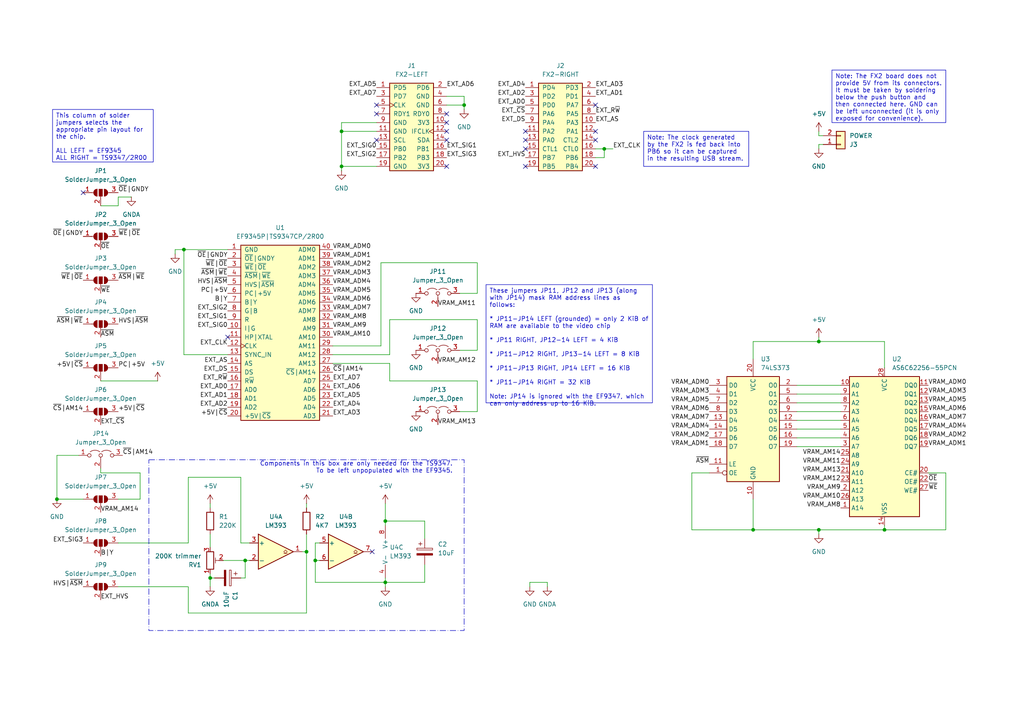
<source format=kicad_sch>
(kicad_sch (version 20231120) (generator "eeschema") (generator_version "8.0")
  (paper "A4")
  (lib_symbols
    (symbol "74xx:74LS373"
      (property "Reference" "U" (at -7.62 16.51 0))
      (property "Value" "74LS373" (at -7.62 -16.51 0))
      (symbol "74LS373_1_0"
        (pin input inverted (at -12.7 -12.7 0) (length 5.08) (name "OE") (number "1"))
        (pin power_in line (at 0 -20.32 90) (length 5.08) (name "GND") (number "10"))
        (pin input line (at -12.7 -10.16 0) (length 5.08) (name "LE") (number "11"))
        (pin tri_state line (at 12.7 2.54 180) (length 5.08) (name "O4") (number "12"))
        (pin input line (at -12.7 2.54 0) (length 5.08) (name "D4") (number "13"))
        (pin input line (at -12.7 0 0) (length 5.08) (name "D5") (number "14"))
        (pin tri_state line (at 12.7 0 180) (length 5.08) (name "O5") (number "15"))
        (pin tri_state line (at 12.7 -2.54 180) (length 5.08) (name "O6") (number "16"))
        (pin input line (at -12.7 -2.54 0) (length 5.08) (name "D6") (number "17"))
        (pin input line (at -12.7 -5.08 0) (length 5.08) (name "D7") (number "18"))
        (pin tri_state line (at 12.7 -5.08 180) (length 5.08) (name "O7") (number "19"))
        (pin tri_state line (at 12.7 12.7 180) (length 5.08) (name "O0") (number "2"))
        (pin power_in line (at 0 20.32 270) (length 5.08) (name "VCC") (number "20"))
        (pin input line (at -12.7 12.7 0) (length 5.08) (name "D0") (number "3"))
        (pin input line (at -12.7 10.16 0) (length 5.08) (name "D1") (number "4"))
        (pin tri_state line (at 12.7 10.16 180) (length 5.08) (name "O1") (number "5"))
        (pin tri_state line (at 12.7 7.62 180) (length 5.08) (name "O2") (number "6"))
        (pin input line (at -12.7 7.62 0) (length 5.08) (name "D2") (number "7"))
        (pin input line (at -12.7 5.08 0) (length 5.08) (name "D3") (number "8"))
        (pin tri_state line (at 12.7 5.08 180) (length 5.08) (name "O3") (number "9"))
      )
      (symbol "74LS373_1_1"
        (rectangle (start -7.62 15.24) (end 7.62 -15.24) (stroke (width 0.254)) (fill (type background)))
      )
    )
    (symbol "Comparator:LM393" (pin_names (offset 0.127))
      (property "Reference" "U" (at 3.81 3.81 0))
      (property "Value" "LM393" (at 6.35 -3.81 0))
      (symbol "LM393_1_1"
        (polyline (pts (xy -5.08 5.08) (xy 5.08 0) (xy -5.08 -5.08) (xy -5.08 5.08)) (stroke (width 0.254)) (fill (type background)))
        (polyline (pts (xy 3.302 -0.508) (xy 2.794 -0.508) (xy 3.302 0) (xy 2.794 0.508) (xy 2.286 0) (xy 2.794 -0.508) (xy 2.286 -0.508)) (stroke (width 0.127)))
        (pin open_collector line (at 7.62 0 180) (length 2.54) (name "~") (number "1"))
        (pin input line (at -7.62 -2.54 0) (length 2.54) (name "-") (number "2"))
        (pin input line (at -7.62 2.54 0) (length 2.54) (name "+") (number "3"))
      )
      (symbol "LM393_2_1"
        (polyline (pts (xy -5.08 5.08) (xy 5.08 0) (xy -5.08 -5.08) (xy -5.08 5.08)) (stroke (width 0.254)) (fill (type background)))
        (polyline (pts (xy 3.302 -0.508) (xy 2.794 -0.508) (xy 3.302 0) (xy 2.794 0.508) (xy 2.286 0) (xy 2.794 -0.508) (xy 2.286 -0.508)) (stroke (width 0.127)))
        (pin input line (at -7.62 2.54 0) (length 2.54) (name "+") (number "5"))
        (pin input line (at -7.62 -2.54 0) (length 2.54) (name "-") (number "6"))
        (pin open_collector line (at 7.62 0 180) (length 2.54) (name "~") (number "7"))
      )
      (symbol "LM393_3_1"
        (pin power_in line (at -2.54 -7.62 90) (length 3.81) (name "V-") (number "4"))
        (pin power_in line (at -2.54 7.62 270) (length 3.81) (name "V+") (number "8"))
      )
    )
    (symbol "Connector_Generic:Conn_01x02" (pin_names (offset 1.016) hide)
      (property "Reference" "J" (at 0 2.54 0))
      (property "Value" "Conn_01x02" (at 0 -5.08 0))
      (symbol "Conn_01x02_1_1"
        (rectangle (start -1.27 -2.413) (end 0 -2.667) (stroke (width 0.1524)))
        (rectangle (start -1.27 0.127) (end 0 -0.127) (stroke (width 0.1524)))
        (rectangle (start -1.27 1.27) (end 1.27 -3.81) (stroke (width 0.254)) (fill (type background)))
        (pin passive line (at -5.08 0 0) (length 3.81) (name "Pin_1") (number "1"))
        (pin passive line (at -5.08 -2.54 0) (length 3.81) (name "Pin_2") (number "2"))
      )
    )
    (symbol "Device:C_Polarized" (pin_numbers hide) (pin_names (offset 0.254))
      (property "Reference" "C" (at 0.635 2.54 0))
      (property "Value" "C_Polarized" (at 0.635 -2.54 0))
      (symbol "C_Polarized_0_1"
        (rectangle (start -2.286 0.508) (end 2.286 1.016))
        (polyline (pts (xy -1.778 2.286) (xy -0.762 2.286)))
        (polyline (pts (xy -1.27 2.794) (xy -1.27 1.778)))
        (rectangle (start 2.286 -0.508) (end -2.286 -1.016) (fill (type outline)))
      )
      (symbol "C_Polarized_1_1"
        (pin passive line (at 0 3.81 270) (length 2.794) (name "~") (number "1"))
        (pin passive line (at 0 -3.81 90) (length 2.794) (name "~") (number "2"))
      )
    )
    (symbol "Device:R" (pin_numbers hide) (pin_names (offset 0))
      (property "Reference" "R" (at 2.032 0 90))
      (property "Value" "R" (at 0 0 90))
      (symbol "R_0_1"
        (rectangle (start -1.016 -2.54) (end 1.016 2.54) (stroke (width 0.254)))
      )
      (symbol "R_1_1"
        (pin passive line (at 0 3.81 270) (length 1.27) (name "~") (number "1"))
        (pin passive line (at 0 -3.81 90) (length 1.27) (name "~") (number "2"))
      )
    )
    (symbol "Device:R_Potentiometer_Trim" (pin_names (offset 1.016) hide)
      (property "Reference" "RV" (at -4.445 0 90))
      (property "Value" "R_Potentiometer_Trim" (at -2.54 0 90))
      (symbol "R_Potentiometer_Trim_0_1"
        (polyline (pts (xy 1.524 0.762) (xy 1.524 -0.762)))
        (polyline (pts (xy 2.54 0) (xy 1.524 0)))
        (rectangle (start 1.016 2.54) (end -1.016 -2.54) (stroke (width 0.254)))
      )
      (symbol "R_Potentiometer_Trim_1_1"
        (pin passive line (at 0 3.81 270) (length 1.27) (name "1") (number "1"))
        (pin passive line (at 3.81 0 180) (length 1.27) (name "2") (number "2"))
        (pin passive line (at 0 -3.81 90) (length 1.27) (name "3") (number "3"))
      )
    )
    (symbol "Jumper:Jumper_3_Open" (pin_names (offset 0) hide) (exclude_from_sim yes) (in_bom no)
      (property "Reference" "JP" (at -2.54 -2.54 0))
      (property "Value" "Jumper_3_Open" (at 0 2.794 0))
      (symbol "Jumper_3_Open_0_0"
        (circle (center -3.302 0) (radius 0.508))
        (circle (center 0 0) (radius 0.508))
        (circle (center 3.302 0) (radius 0.508))
      )
      (symbol "Jumper_3_Open_0_1"
        (arc (start -0.254 1.016) (mid -1.651 1.4992) (end -3.048 1.016))
        (polyline (pts (xy 0 -0.508) (xy 0 -1.27)))
        (arc (start 3.048 1.016) (mid 1.651 1.4992) (end 0.254 1.016))
      )
      (symbol "Jumper_3_Open_1_1"
        (pin passive line (at -6.35 0 0) (length 2.54) (name "A") (number "1"))
        (pin passive line (at 0 -3.81 90) (length 2.54) (name "C") (number "2"))
        (pin passive line (at 6.35 0 180) (length 2.54) (name "B") (number "3"))
      )
    )
    (symbol "Jumper:SolderJumper_3_Open" (pin_names (offset 0) hide) (exclude_from_sim yes) (in_bom no)
      (property "Reference" "JP" (at -2.54 -2.54 0))
      (property "Value" "SolderJumper_3_Open" (at 0 2.794 0))
      (symbol "SolderJumper_3_Open_0_1"
        (arc (start -1.016 1.016) (mid -2.0276 0) (end -1.016 -1.016))
        (arc (start -1.016 1.016) (mid -2.0276 0) (end -1.016 -1.016) (fill (type outline)))
        (rectangle (start -0.508 1.016) (end 0.508 -1.016) (fill (type outline)))
        (polyline (pts (xy -2.54 0) (xy -2.032 0)))
        (polyline (pts (xy -1.016 1.016) (xy -1.016 -1.016)))
        (polyline (pts (xy 0 -1.27) (xy 0 -1.016)))
        (polyline (pts (xy 1.016 1.016) (xy 1.016 -1.016)))
        (polyline (pts (xy 2.54 0) (xy 2.032 0)))
        (arc (start 1.016 -1.016) (mid 2.0276 0) (end 1.016 1.016))
        (arc (start 1.016 -1.016) (mid 2.0276 0) (end 1.016 1.016) (fill (type outline)))
      )
      (symbol "SolderJumper_3_Open_1_1"
        (pin passive line (at -5.08 0 0) (length 2.54) (name "A") (number "1"))
        (pin passive line (at 0 -3.81 90) (length 2.54) (name "C") (number "2"))
        (pin passive line (at 5.08 0 180) (length 2.54) (name "B") (number "3"))
      )
    )
    (symbol "ProjectSymbols:AS6C62256-55PCN"
      (property "Reference" "U" (at -10.16 26.035 0))
      (property "Value" "AS6C62256-55PCN" (at 2.54 26.035 0))
      (symbol "AS6C62256-55PCN_0_1"
        (rectangle (start -10.16 25.4) (end 10.16 -15.24) (stroke (width 0.254)) (fill (type background)))
      )
      (symbol "AS6C62256-55PCN_1_0"
        (pin power_in line (at 0 -17.78 90) (length 2.54) (name "VSS") (number "14"))
        (pin power_in line (at 0 27.94 270) (length 2.54) (name "VCC") (number "28"))
      )
      (symbol "AS6C62256-55PCN_1_1"
        (pin input line (at -12.7 -12.7 0) (length 2.54) (name "A14") (number "1"))
        (pin input line (at -12.7 22.86 0) (length 2.54) (name "A0") (number "10"))
        (pin tri_state line (at 12.7 22.86 180) (length 2.54) (name "DQ0") (number "11"))
        (pin tri_state line (at 12.7 20.32 180) (length 2.54) (name "DQ1") (number "12"))
        (pin tri_state line (at 12.7 17.78 180) (length 2.54) (name "DQ2") (number "13"))
        (pin tri_state line (at 12.7 15.24 180) (length 2.54) (name "DQ3") (number "15"))
        (pin tri_state line (at 12.7 12.7 180) (length 2.54) (name "DQ4") (number "16"))
        (pin tri_state line (at 12.7 10.16 180) (length 2.54) (name "DQ5") (number "17"))
        (pin tri_state line (at 12.7 7.62 180) (length 2.54) (name "DQ6") (number "18"))
        (pin tri_state line (at 12.7 5.08 180) (length 2.54) (name "DQ7") (number "19"))
        (pin input line (at -12.7 -7.62 0) (length 2.54) (name "A12") (number "2"))
        (pin input line (at 12.7 -2.54 180) (length 2.54) (name "CE#") (number "20"))
        (pin input line (at -12.7 -2.54 0) (length 2.54) (name "A10") (number "21"))
        (pin input line (at 12.7 -5.08 180) (length 2.54) (name "OE#") (number "22"))
        (pin input line (at -12.7 -5.08 0) (length 2.54) (name "A11") (number "23"))
        (pin input line (at -12.7 0 0) (length 2.54) (name "A9") (number "24"))
        (pin input line (at -12.7 2.54 0) (length 2.54) (name "A8") (number "25"))
        (pin input line (at -12.7 -10.16 0) (length 2.54) (name "A13") (number "26"))
        (pin input line (at 12.7 -7.62 180) (length 2.54) (name "WE#") (number "27"))
        (pin input line (at -12.7 5.08 0) (length 2.54) (name "A7") (number "3"))
        (pin input line (at -12.7 7.62 0) (length 2.54) (name "A6") (number "4"))
        (pin input line (at -12.7 10.16 0) (length 2.54) (name "A5") (number "5"))
        (pin input line (at -12.7 12.7 0) (length 2.54) (name "A4") (number "6"))
        (pin input line (at -12.7 15.24 0) (length 2.54) (name "A3") (number "7"))
        (pin input line (at -12.7 17.78 0) (length 2.54) (name "A2") (number "8"))
        (pin input line (at -12.7 20.32 0) (length 2.54) (name "A1") (number "9"))
      )
    )
    (symbol "ProjectSymbols:EF9345P|TS9347CP/2R00" (pin_names (offset 1.016))
      (property "Reference" "U" (at -10.414 27.432 0))
      (property "Value" "EF9345P|TS9347CP/2R00" (at 3.302 27.178 0))
      (symbol "EF9345P|TS9347CP/2R00_1_1"
        (rectangle (start -11.43 25.4) (end 11.43 -25.4) (stroke (width 0.254)) (fill (type background)))
        (pin passive line (at -15.24 24.13 0) (length 3.81) (name "GND") (number "1"))
        (pin passive line (at -15.24 1.27 0) (length 3.81) (name "I|G") (number "10"))
        (pin passive line (at -15.24 -1.27 0) (length 3.81) (name "HP|XTAL") (number "11"))
        (pin passive clock (at -15.24 -3.81 0) (length 3.81) (name "CLK") (number "12"))
        (pin passive line (at -15.24 -6.35 0) (length 3.81) (name "SYNC_IN") (number "13"))
        (pin passive line (at -15.24 -8.89 0) (length 3.81) (name "AS") (number "14"))
        (pin passive line (at -15.24 -11.43 0) (length 3.81) (name "DS") (number "15"))
        (pin passive line (at -15.24 -13.97 0) (length 3.81) (name "R~{W}") (number "16"))
        (pin passive line (at -15.24 -16.51 0) (length 3.81) (name "AD0") (number "17"))
        (pin passive line (at -15.24 -19.05 0) (length 3.81) (name "AD1") (number "18"))
        (pin passive line (at -15.24 -21.59 0) (length 3.81) (name "AD2") (number "19"))
        (pin passive line (at -15.24 21.59 0) (length 3.81) (name "~{OE}|GNDY") (number "2"))
        (pin passive line (at -15.24 -24.13 0) (length 3.81) (name "+5V|~{CS}") (number "20"))
        (pin passive line (at 15.24 -24.13 180) (length 3.81) (name "AD3") (number "21"))
        (pin passive line (at 15.24 -21.59 180) (length 3.81) (name "AD4") (number "22"))
        (pin passive line (at 15.24 -19.05 180) (length 3.81) (name "AD5") (number "23"))
        (pin passive line (at 15.24 -16.51 180) (length 3.81) (name "AD6") (number "24"))
        (pin passive line (at 15.24 -13.97 180) (length 3.81) (name "AD7") (number "25"))
        (pin passive line (at 15.24 -11.43 180) (length 3.81) (name "~{CS}|AM14") (number "26"))
        (pin passive line (at 15.24 -8.89 180) (length 3.81) (name "AM13") (number "27"))
        (pin passive line (at 15.24 -6.35 180) (length 3.81) (name "AM12") (number "28"))
        (pin passive line (at 15.24 -3.81 180) (length 3.81) (name "AM11") (number "29"))
        (pin passive line (at -15.24 19.05 0) (length 3.81) (name "~{WE}|~{OE}") (number "3"))
        (pin passive line (at 15.24 -1.27 180) (length 3.81) (name "AM10") (number "30"))
        (pin passive line (at 15.24 1.27 180) (length 3.81) (name "AM9") (number "31"))
        (pin passive line (at 15.24 3.81 180) (length 3.81) (name "AM8") (number "32"))
        (pin passive line (at 15.24 6.35 180) (length 3.81) (name "ADM7") (number "33"))
        (pin passive line (at 15.24 8.89 180) (length 3.81) (name "ADM6") (number "34"))
        (pin passive line (at 15.24 11.43 180) (length 3.81) (name "ADM5") (number "35"))
        (pin passive line (at 15.24 13.97 180) (length 3.81) (name "ADM4") (number "36"))
        (pin passive line (at 15.24 16.51 180) (length 3.81) (name "ADM3") (number "37"))
        (pin passive line (at 15.24 19.05 180) (length 3.81) (name "ADM2") (number "38"))
        (pin passive line (at 15.24 21.59 180) (length 3.81) (name "ADM1") (number "39"))
        (pin passive line (at -15.24 16.51 0) (length 3.81) (name "~{ASM}|~{WE}") (number "4"))
        (pin passive line (at 15.24 24.13 180) (length 3.81) (name "ADM0") (number "40"))
        (pin passive line (at -15.24 13.97 0) (length 3.81) (name "HVS|~{ASM}") (number "5"))
        (pin passive line (at -15.24 11.43 0) (length 3.81) (name "PC|+5V") (number "6"))
        (pin passive line (at -15.24 8.89 0) (length 3.81) (name "B|Y") (number "7"))
        (pin passive line (at -15.24 6.35 0) (length 3.81) (name "G|B") (number "8"))
        (pin passive line (at -15.24 3.81 0) (length 3.81) (name "R") (number "9"))
      )
    )
    (symbol "ProjectSymbols:EZ-USB Left Connector" (pin_names (offset 1.016))
      (property "Reference" "J" (at -5.842 14.224 0))
      (property "Value" "LEFT" (at 4.318 14.224 0))
      (symbol "EZ-USB Left Connector_1_1"
        (rectangle (start -6.35 12.7) (end 6.35 -12.7) (stroke (width 0.254)) (fill (type background)))
        (pin tri_state line (at -10.16 11.43 0) (length 3.81) (name "PD5") (number "1"))
        (pin power_out line (at 10.16 1.27 180) (length 3.81) (name "3V3") (number "10"))
        (pin power_out line (at -10.16 -1.27 0) (length 3.81) (name "GND") (number "11"))
        (pin tri_state clock (at 10.16 -1.27 180) (length 3.81) (name "IFCLK") (number "12"))
        (pin open_collector line (at -10.16 -3.81 0) (length 3.81) (name "SCL") (number "13"))
        (pin open_collector line (at 10.16 -3.81 180) (length 3.81) (name "SDA") (number "14"))
        (pin tri_state line (at -10.16 -6.35 0) (length 3.81) (name "PB0") (number "15"))
        (pin tri_state line (at 10.16 -6.35 180) (length 3.81) (name "PB1") (number "16"))
        (pin tri_state line (at -10.16 -8.89 0) (length 3.81) (name "PB2") (number "17"))
        (pin tri_state line (at 10.16 -8.89 180) (length 3.81) (name "PB3") (number "18"))
        (pin power_out line (at -10.16 -11.43 0) (length 3.81) (name "GND") (number "19"))
        (pin tri_state line (at 10.16 11.43 180) (length 3.81) (name "PD6") (number "2"))
        (pin power_out line (at 10.16 -11.43 180) (length 3.81) (name "3V3") (number "20"))
        (pin tri_state line (at -10.16 8.89 0) (length 3.81) (name "PD7") (number "3"))
        (pin power_out line (at 10.16 8.89 180) (length 3.81) (name "GND") (number "4"))
        (pin output clock (at -10.16 6.35 0) (length 3.81) (name "CLK") (number "5"))
        (pin power_out line (at 10.16 6.35 180) (length 3.81) (name "GND") (number "6"))
        (pin input line (at -10.16 3.81 0) (length 3.81) (name "RDY1") (number "7"))
        (pin input line (at 10.16 3.81 180) (length 3.81) (name "RDY0") (number "8"))
        (pin power_out line (at -10.16 1.27 0) (length 3.81) (name "GND") (number "9"))
      )
    )
    (symbol "ProjectSymbols:EZ-USB Right Connector" (pin_names (offset 1.016))
      (property "Reference" "J" (at -6.096 13.97 0))
      (property "Value" "RIGHT" (at 3.556 13.97 0))
      (symbol "EZ-USB Right Connector_1_1"
        (rectangle (start -6.35 12.7) (end 6.35 -12.7) (stroke (width 0.254)) (fill (type background)))
        (pin tri_state line (at -10.16 11.43 0) (length 3.81) (name "PD4") (number "1"))
        (pin tri_state line (at 10.16 1.27 180) (length 3.81) (name "PA3") (number "10"))
        (pin tri_state line (at -10.16 -1.27 0) (length 3.81) (name "PA2") (number "11"))
        (pin tri_state line (at 10.16 -1.27 180) (length 3.81) (name "PA1") (number "12"))
        (pin tri_state line (at -10.16 -3.81 0) (length 3.81) (name "PA0") (number "13"))
        (pin output line (at 10.16 -3.81 180) (length 3.81) (name "CTL2") (number "14"))
        (pin output line (at -10.16 -6.35 0) (length 3.81) (name "CTL1") (number "15"))
        (pin output line (at 10.16 -6.35 180) (length 3.81) (name "CTL0") (number "16"))
        (pin tri_state line (at -10.16 -8.89 0) (length 3.81) (name "PB7") (number "17"))
        (pin tri_state line (at 10.16 -8.89 180) (length 3.81) (name "PB6") (number "18"))
        (pin tri_state line (at -10.16 -11.43 0) (length 3.81) (name "PB5") (number "19"))
        (pin tri_state line (at 10.16 11.43 180) (length 3.81) (name "PD3") (number "2"))
        (pin tri_state line (at 10.16 -11.43 180) (length 3.81) (name "PB4") (number "20"))
        (pin tri_state line (at -10.16 8.89 0) (length 3.81) (name "PD2") (number "3"))
        (pin tri_state line (at 10.16 8.89 180) (length 3.81) (name "PD1") (number "4"))
        (pin tri_state line (at -10.16 6.35 0) (length 3.81) (name "PD0") (number "5"))
        (pin tri_state line (at 10.16 6.35 180) (length 3.81) (name "PA7") (number "6"))
        (pin tri_state line (at -10.16 3.81 0) (length 3.81) (name "PA6") (number "7"))
        (pin tri_state line (at 10.16 3.81 180) (length 3.81) (name "PA5") (number "8"))
        (pin tri_state line (at -10.16 1.27 0) (length 3.81) (name "PA4") (number "9"))
      )
    )
    (symbol "power:+5V" (power) (pin_numbers hide) (pin_names (offset 0) hide)
      (property "Value" "+5V" (at 0 3.556 0))
      (symbol "+5V_0_1"
        (polyline (pts (xy -0.762 1.27) (xy 0 2.54)))
        (polyline (pts (xy 0 0) (xy 0 2.54)))
        (polyline (pts (xy 0 2.54) (xy 0.762 1.27)))
      )
      (symbol "+5V_1_1"
        (pin power_in line (at 0 0 90) (length 0) (name "~") (number "1"))
      )
    )
    (symbol "power:GND" (power) (pin_numbers hide) (pin_names (offset 0) hide)
      (property "Value" "GND" (at 0 -3.81 0))
      (symbol "GND_0_1"
        (polyline (pts (xy 0 0) (xy 0 -1.27) (xy 1.27 -1.27) (xy 0 -2.54) (xy -1.27 -1.27) (xy 0 -1.27)))
      )
      (symbol "GND_1_1"
        (pin power_in line (at 0 0 270) (length 0) (name "~") (number "1"))
      )
    )
    (symbol "power:GNDA" (power) (pin_numbers hide) (pin_names (offset 0) hide)
      (property "Value" "GNDA" (at 0 -3.81 0))
      (symbol "GNDA_0_1"
        (polyline (pts (xy 0 0) (xy 0 -1.27) (xy 1.27 -1.27) (xy 0 -2.54) (xy -1.27 -1.27) (xy 0 -1.27)))
      )
      (symbol "GNDA_1_1"
        (pin power_in line (at 0 0 270) (length 0) (name "~") (number "1"))
      )
    )
  )
  (junction (at 99.06 48.26))
  (junction (at 237.49 99.06))
  (junction (at 16.51 144.78))
  (junction (at 256.54 153.67))
  (junction (at 237.49 153.67))
  (junction (at 91.44 162.56))
  (junction (at 71.12 162.56))
  (junction (at 60.96 167.64))
  (junction (at 99.06 38.1))
  (junction (at 88.9 160.02))
  (junction (at 134.62 30.48))
  (junction (at 111.76 168.91))
  (junction (at 53.34 72.39))
  (junction (at 111.76 151.13))
  (junction (at 175.26 43.18))
  (junction (at 218.44 153.67))
  (no_connect (at 109.22 40.64))
  (no_connect (at 172.72 38.1))
  (no_connect (at 109.22 33.02))
  (no_connect (at 152.4 40.64))
  (no_connect (at 172.72 40.64))
  (no_connect (at 152.4 38.1))
  (no_connect (at 172.72 30.48))
  (no_connect (at 152.4 43.18))
  (no_connect (at 107.95 160.02))
  (no_connect (at 109.22 30.48))
  (no_connect (at 129.54 40.64))
  (no_connect (at 172.72 48.26))
  (no_connect (at 129.54 48.26))
  (no_connect (at 129.54 35.56))
  (no_connect (at 129.54 33.02))
  (no_connect (at 66.04 97.79))
  (no_connect (at 152.4 48.26))
  (no_connect (at 129.54 38.1))
  (no_connect (at 24.13 55.88))
  (wire (pts (xy 218.44 144.78) (xy 218.44 153.67)))
  (wire (pts (xy 113.03 92.71) (xy 113.03 102.87)))
  (wire (pts (xy 99.06 35.56) (xy 99.06 38.1)))
  (wire (pts (xy 238.76 41.91) (xy 237.49 41.91)))
  (wire (pts (xy 111.76 167.64) (xy 111.76 168.91)))
  (wire (pts (xy 91.44 168.91) (xy 91.44 162.56)))
  (wire (pts (xy 238.76 39.37) (xy 237.49 39.37)))
  (wire (pts (xy 53.34 72.39) (xy 53.34 102.87)))
  (wire (pts (xy 88.9 177.8) (xy 54.61 177.8)))
  (wire (pts (xy 96.52 100.33) (xy 110.49 100.33)))
  (wire (pts (xy 231.14 124.46) (xy 243.84 124.46)))
  (wire (pts (xy 237.49 153.67) (xy 237.49 154.94)))
  (wire (pts (xy 29.21 135.89) (xy 29.21 137.16)))
  (wire (pts (xy 237.49 41.91) (xy 237.49 43.18)))
  (wire (pts (xy 200.66 137.16) (xy 200.66 153.67)))
  (wire (pts (xy 231.14 114.3) (xy 243.84 114.3)))
  (wire (pts (xy 113.03 92.71) (xy 138.43 92.71)))
  (wire (pts (xy 111.76 168.91) (xy 91.44 168.91)))
  (wire (pts (xy 237.49 38.1) (xy 237.49 39.37)))
  (wire (pts (xy 99.06 38.1) (xy 109.22 38.1)))
  (wire (pts (xy 60.96 146.05) (xy 60.96 147.32)))
  (wire (pts (xy 91.44 157.48) (xy 92.71 157.48)))
  (wire (pts (xy 91.44 162.56) (xy 92.71 162.56)))
  (wire (pts (xy 50.8 72.39) (xy 53.34 72.39)))
  (wire (pts (xy 231.14 121.92) (xy 243.84 121.92)))
  (wire (pts (xy 237.49 153.67) (xy 256.54 153.67)))
  (wire (pts (xy 87.63 160.02) (xy 88.9 160.02)))
  (wire (pts (xy 34.29 57.15) (xy 38.1 57.15)))
  (wire (pts (xy 40.64 137.16) (xy 40.64 144.78)))
  (wire (pts (xy 218.44 99.06) (xy 237.49 99.06)))
  (wire (pts (xy 91.44 162.56) (xy 91.44 157.48)))
  (wire (pts (xy 138.43 101.6) (xy 138.43 92.71)))
  (wire (pts (xy 218.44 153.67) (xy 237.49 153.67)))
  (wire (pts (xy 129.54 30.48) (xy 134.62 30.48)))
  (wire (pts (xy 29.21 59.69) (xy 34.29 59.69)))
  (wire (pts (xy 205.74 137.16) (xy 200.66 137.16)))
  (wire (pts (xy 40.64 144.78) (xy 34.29 144.78)))
  (wire (pts (xy 153.67 168.91) (xy 158.75 168.91)))
  (wire (pts (xy 53.34 72.39) (xy 66.04 72.39)))
  (wire (pts (xy 256.54 99.06) (xy 256.54 106.68)))
  (wire (pts (xy 69.85 167.64) (xy 71.12 167.64)))
  (wire (pts (xy 274.32 153.67) (xy 274.32 137.16)))
  (wire (pts (xy 237.49 97.79) (xy 237.49 99.06)))
  (wire (pts (xy 153.67 170.18) (xy 153.67 168.91)))
  (wire (pts (xy 133.35 85.09) (xy 138.43 85.09)))
  (wire (pts (xy 50.8 73.66) (xy 50.8 72.39)))
  (wire (pts (xy 175.26 43.18) (xy 177.8 43.18)))
  (wire (pts (xy 88.9 154.94) (xy 88.9 160.02)))
  (wire (pts (xy 34.29 59.69) (xy 34.29 57.15)))
  (wire (pts (xy 113.03 105.41) (xy 113.03 110.49)))
  (wire (pts (xy 29.21 110.49) (xy 45.72 110.49)))
  (wire (pts (xy 54.61 138.43) (xy 69.85 138.43)))
  (wire (pts (xy 54.61 157.48) (xy 54.61 138.43)))
  (wire (pts (xy 69.85 138.43) (xy 69.85 157.48)))
  (wire (pts (xy 218.44 104.14) (xy 218.44 99.06)))
  (wire (pts (xy 175.26 45.72) (xy 172.72 45.72)))
  (wire (pts (xy 175.26 43.18) (xy 175.26 45.72)))
  (wire (pts (xy 129.54 27.94) (xy 134.62 27.94)))
  (wire (pts (xy 71.12 162.56) (xy 71.12 167.64)))
  (wire (pts (xy 99.06 48.26) (xy 99.06 38.1)))
  (wire (pts (xy 134.62 27.94) (xy 134.62 30.48)))
  (wire (pts (xy 60.96 167.64) (xy 62.23 167.64)))
  (wire (pts (xy 231.14 111.76) (xy 243.84 111.76)))
  (wire (pts (xy 123.19 163.83) (xy 123.19 168.91)))
  (wire (pts (xy 54.61 170.18) (xy 34.29 170.18)))
  (wire (pts (xy 109.22 48.26) (xy 99.06 48.26)))
  (wire (pts (xy 64.77 162.56) (xy 71.12 162.56)))
  (wire (pts (xy 60.96 167.64) (xy 60.96 170.18)))
  (wire (pts (xy 111.76 146.05) (xy 111.76 151.13)))
  (wire (pts (xy 96.52 102.87) (xy 113.03 102.87)))
  (wire (pts (xy 274.32 137.16) (xy 269.24 137.16)))
  (wire (pts (xy 109.22 35.56) (xy 99.06 35.56)))
  (wire (pts (xy 22.86 132.08) (xy 16.51 132.08)))
  (wire (pts (xy 123.19 156.21) (xy 123.19 151.13)))
  (wire (pts (xy 110.49 76.2) (xy 138.43 76.2)))
  (wire (pts (xy 113.03 110.49) (xy 138.43 110.49)))
  (wire (pts (xy 29.21 137.16) (xy 40.64 137.16)))
  (wire (pts (xy 133.35 101.6) (xy 138.43 101.6)))
  (wire (pts (xy 133.35 119.38) (xy 138.43 119.38)))
  (wire (pts (xy 158.75 168.91) (xy 158.75 170.18)))
  (wire (pts (xy 99.06 49.53) (xy 99.06 48.26)))
  (wire (pts (xy 111.76 168.91) (xy 123.19 168.91)))
  (wire (pts (xy 231.14 127) (xy 243.84 127)))
  (wire (pts (xy 88.9 146.05) (xy 88.9 147.32)))
  (wire (pts (xy 71.12 162.56) (xy 72.39 162.56)))
  (wire (pts (xy 54.61 177.8) (xy 54.61 170.18)))
  (wire (pts (xy 231.14 116.84) (xy 243.84 116.84)))
  (wire (pts (xy 110.49 100.33) (xy 110.49 76.2)))
  (wire (pts (xy 172.72 43.18) (xy 175.26 43.18)))
  (wire (pts (xy 16.51 144.78) (xy 24.13 144.78)))
  (wire (pts (xy 200.66 153.67) (xy 218.44 153.67)))
  (wire (pts (xy 111.76 151.13) (xy 123.19 151.13)))
  (wire (pts (xy 256.54 153.67) (xy 256.54 152.4)))
  (wire (pts (xy 111.76 168.91) (xy 111.76 170.18)))
  (wire (pts (xy 60.96 154.94) (xy 60.96 158.75)))
  (wire (pts (xy 231.14 129.54) (xy 243.84 129.54)))
  (wire (pts (xy 138.43 85.09) (xy 138.43 76.2)))
  (wire (pts (xy 231.14 119.38) (xy 243.84 119.38)))
  (wire (pts (xy 88.9 160.02) (xy 88.9 177.8)))
  (wire (pts (xy 111.76 151.13) (xy 111.76 152.4)))
  (wire (pts (xy 138.43 110.49) (xy 138.43 119.38)))
  (wire (pts (xy 69.85 157.48) (xy 72.39 157.48)))
  (wire (pts (xy 16.51 132.08) (xy 16.51 144.78)))
  (wire (pts (xy 96.52 105.41) (xy 113.03 105.41)))
  (wire (pts (xy 60.96 166.37) (xy 60.96 167.64)))
  (wire (pts (xy 237.49 99.06) (xy 256.54 99.06)))
  (wire (pts (xy 34.29 157.48) (xy 54.61 157.48)))
  (wire (pts (xy 256.54 153.67) (xy 274.32 153.67)))
  (wire (pts (xy 53.34 102.87) (xy 66.04 102.87)))
  (wire (pts (xy 134.62 30.48) (xy 134.62 31.75)))
  (rectangle (start 43.18 133.35) (end 134.62 182.88) (stroke (width 0) (type dash_dot)))
  (text_box "Note: The clock generated by the FX2 is fed back into PB6 so it can be captured in the resulting USB stream." (at 186.69 38.1 0) (size 30.48 10.16) (effects (font (size 1.27 1.27)) (justify left top)))
  (text_box "These jumpers JP11, JP12 and JP13 (along with JP14) mask RAM address lines as follows:\n\n* JP11-JP14 LEFT (grounded) = only 2 KiB of RAM are available to the video chip\n\n* JP11 RIGHT, JP12-14 LEFT = 4 KiB\n\n* JP11-JP12 RIGHT, JP13-14 LEFT = 8 KiB\n\n* JP11-JP13 RIGHT, JP14 LEFT = 16 KiB\n\n* JP11-JP14 RIGHT = 32 KiB\n\nNote: JP14 is ignored with the EF9347, which can only address up to 16 KiB." (at 140.97 82.55 0) (size 48.26 34.29) (effects (font (size 1.27 1.27)) (justify left top)))
  (text_box "Note: The FX2 board does not provide 5V from its connectors. It must be taken by soldering below the push button and then connected here. GND can be left unconnected (it is only exposed for convenience)." (at 241.3 20.32 0) (size 33.02 15.24) (effects (font (size 1.27 1.27)) (justify left top)))
  (text_box "This column of solder jumpers selects the appropriate pin layout for the chip.\n\nALL LEFT = EF9345\nALL RIGHT = TS9347/2R00" (at 15.24 31.75 0) (size 29.21 15.24) (effects (font (size 1.27 1.27)) (justify left top)))
  (text "Components in this box are only needed for the TS9347.\nTo be left unpopulated with the EF9345." (at 131.318 135.636 0) (effects (font (size 1.27 1.27)) (justify right)))
  (label "VRAM_ADM2" (at 96.52 77.47 0))
  (label "PC|+5V" (at 34.29 106.68 0))
  (label "EXT_HVS" (at 29.21 173.99 0))
  (label "EXT_AD2" (at 152.4 27.94 180))
  (label "~{OE}|GNDY" (at 34.29 55.88 0))
  (label "VRAM_ADM7" (at 205.74 121.92 180))
  (label "EXT_AD6" (at 129.54 25.4 0))
  (label "HVS|~{ASM}" (at 66.04 82.55 180))
  (label "~{OE}|GNDY" (at 24.13 68.58 180))
  (label "+5V|~{CS}" (at 66.04 120.65 180))
  (label "VRAM_ADM3" (at 269.24 114.3 0))
  (label "EXT_AD2" (at 66.04 118.11 180))
  (label "EXT_R~{W}" (at 172.72 33.02 0))
  (label "EXT_AS" (at 172.72 35.56 0))
  (label "EXT_R~{W}" (at 66.04 110.49 180))
  (label "~{ASM}" (at 29.21 97.79 0))
  (label "VRAM_ADM1" (at 96.52 74.93 0))
  (label "EXT_CLK" (at 66.04 100.33 180))
  (label "~{WE}|~{OE}" (at 66.04 77.47 180))
  (label "~{WE}|~{OE}" (at 24.13 81.28 180))
  (label "EXT_SIG3" (at 129.54 45.72 0))
  (label "VRAM_AM8" (at 243.84 147.32 180))
  (label "~{OE}" (at 269.24 139.7 0))
  (label "EXT_SIG1" (at 66.04 92.71 180))
  (label "+5V|~{CS}" (at 24.13 106.68 180))
  (label "VRAM_ADM2" (at 205.74 127 180))
  (label "~{ASM}|~{WE}" (at 66.04 80.01 180))
  (label "~{WE}|~{OE}" (at 34.29 68.58 0))
  (label "EXT_SIG1" (at 129.54 43.18 0))
  (label "EXT_HVS" (at 152.4 45.72 180))
  (label "~{ASM}|~{WE}" (at 34.29 81.28 0))
  (label "VRAM_AM14" (at 243.84 132.08 180))
  (label "VRAM_ADM3" (at 205.74 114.3 180))
  (label "EXT_AD0" (at 152.4 30.48 180))
  (label "EXT_AD7" (at 109.22 27.94 180))
  (label "EXT_SIG2" (at 109.22 45.72 180))
  (label "+5V|~{CS}" (at 34.29 119.38 0))
  (label "VRAM_AM12" (at 243.84 139.7 180))
  (label "EXT_~{CS}" (at 29.21 123.19 0))
  (label "VRAM_ADM0" (at 269.24 111.76 0))
  (label "VRAM_ADM5" (at 205.74 116.84 180))
  (label "HVS|~{ASM}" (at 34.29 93.98 0))
  (label "EXT_AD0" (at 66.04 113.03 180))
  (label "VRAM_ADM7" (at 269.24 121.92 0))
  (label "VRAM_ADM4" (at 205.74 124.46 180))
  (label "VRAM_ADM0" (at 205.74 111.76 180))
  (label "VRAM_ADM6" (at 96.52 87.63 0))
  (label "EXT_AD1" (at 66.04 115.57 180))
  (label "EXT_AD5" (at 96.52 115.57 0))
  (label "VRAM_AM8" (at 96.52 92.71 0))
  (label "EXT_AD1" (at 172.72 27.94 0))
  (label "VRAM_ADM5" (at 269.24 116.84 0))
  (label "~{CS}|AM14" (at 35.56 132.08 0))
  (label "~{CS}|AM14" (at 96.52 107.95 0))
  (label "VRAM_AM14" (at 29.21 148.59 0))
  (label "VRAM_ADM7" (at 96.52 90.17 0))
  (label "EXT_AD3" (at 96.52 120.65 0))
  (label "EXT_CLK" (at 177.8 43.18 0))
  (label "VRAM_ADM4" (at 96.52 82.55 0))
  (label "EXT_SIG0" (at 109.22 43.18 180))
  (label "EXT_AD4" (at 96.52 118.11 0))
  (label "EXT_AS" (at 66.04 105.41 180))
  (label "VRAM_ADM2" (at 269.24 127 0))
  (label "VRAM_ADM3" (at 96.52 80.01 0))
  (label "EXT_SIG3" (at 24.13 157.48 180))
  (label "VRAM_AM10" (at 243.84 144.78 180))
  (label "~{CS}|AM14" (at 24.13 119.38 180))
  (label "~{OE}" (at 29.21 72.39 0))
  (label "EXT_SIG2" (at 66.04 90.17 180))
  (label "EXT_AD5" (at 109.22 25.4 180))
  (label "EXT_AD4" (at 152.4 25.4 180))
  (label "VRAM_AM11" (at 243.84 134.62 180))
  (label "VRAM_AM9" (at 96.52 95.25 0))
  (label "VRAM_AM13" (at 243.84 137.16 180))
  (label "~{ASM}" (at 205.74 134.62 180))
  (label "VRAM_AM9" (at 243.84 142.24 180))
  (label "~{ASM}|~{WE}" (at 24.13 93.98 180))
  (label "VRAM_ADM0" (at 96.52 72.39 0))
  (label "VRAM_ADM4" (at 269.24 124.46 0))
  (label "VRAM_ADM1" (at 269.24 129.54 0))
  (label "B|Y" (at 29.21 161.29 0))
  (label "EXT_DS" (at 152.4 35.56 180))
  (label "~{OE}|GNDY" (at 66.04 74.93 180))
  (label "VRAM_AM11" (at 127 88.9 0))
  (label "VRAM_ADM6" (at 205.74 119.38 180))
  (label "EXT_AD6" (at 96.52 113.03 0))
  (label "PC|+5V" (at 66.04 85.09 180))
  (label "VRAM_AM10" (at 96.52 97.79 0))
  (label "VRAM_ADM1" (at 205.74 129.54 180))
  (label "VRAM_AM13" (at 127 123.19 0))
  (label "EXT_SIG0" (at 66.04 95.25 180))
  (label "EXT_AD3" (at 172.72 25.4 0))
  (label "VRAM_ADM6" (at 269.24 119.38 0))
  (label "VRAM_ADM5" (at 96.52 85.09 0))
  (label "B|Y" (at 66.04 87.63 180))
  (label "HVS|~{ASM}" (at 24.13 170.18 180))
  (label "~{WE}" (at 29.21 85.09 0))
  (label "EXT_AD7" (at 96.52 110.49 0))
  (label "EXT_DS" (at 66.04 107.95 180))
  (label "EXT_~{CS}" (at 152.4 33.02 180))
  (label "~{WE}" (at 269.24 142.24 0))
  (label "VRAM_AM12" (at 127 105.41 0))
  (symbol (lib_id "Device:R") (at 60.96 151.13 0) (unit 1)
    (property "Reference" "R1" (at 63.5 149.8599 0) (effects (justify left)))
    (property "Value" "220K" (at 63.5 152.3999 0) (effects (justify left)))
    (property "Footprint" "Resistor_THT:R_Axial_DIN0309_L9.0mm_D3.2mm_P12.70mm_Horizontal" (effects (hide yes)))
    (property "Description" "Resistor" (effects (hide yes)))
  )
  (symbol (lib_id "Comparator:LM393") (at 80.01 160.02 0) (unit 1)
    (property "Reference" "U4" (at 80.01 149.86 0))
    (property "Value" "LM393" (at 80.01 152.4 0))
    (property "Footprint" "Package_DIP:DIP-8_W7.62mm_Socket" (effects (hide yes)))
    (property "Datasheet" "http://www.ti.com/lit/ds/symlink/lm393.pdf" (effects (hide yes)))
    (property "Description" "Low-Power, Low-Offset Voltage, Dual Comparators, DIP-8/SOIC-8/TO-99-8" (effects (hide yes)))
  )
  (symbol (lib_id "Jumper:SolderJumper_3_Open") (at 29.21 157.48 0) (unit 1) (exclude_from_sim yes) (in_bom no)
    (property "Reference" "JP8" (at 29.21 151.13 0))
    (property "Value" "SolderJumper_3_Open" (at 29.21 153.67 0))
    (property "Footprint" "ProjectFootprints:SelectorJumper" (effects (hide yes)))
    (property "Description" "Solder Jumper, 3-pole, open" (effects (hide yes)))
  )
  (symbol (lib_id "74xx:74LS373") (at 218.44 124.46 0) (unit 1)
    (property "Reference" "U3" (at 220.6341 104.14 0) (effects (justify left)))
    (property "Value" "74LS373" (at 220.6341 106.68 0) (effects (justify left)))
    (property "Footprint" "Package_DIP:DIP-20_W7.62mm_Socket" (effects (hide yes)))
    (property "Datasheet" "http://www.ti.com/lit/gpn/sn74LS373" (effects (hide yes)))
    (property "Description" "8-bit Latch, 3-state outputs" (effects (hide yes)))
  )
  (symbol (lib_id "power:GND") (at 153.67 170.18 0) (unit 1)
    (property "Reference" "#PWR014" (effects (hide yes)))
    (property "Value" "GND" (at 153.67 175.26 0))
    (property "Description" "Power symbol creates a global label with name \"GND\" , ground" (effects (hide yes)))
  )
  (symbol (lib_id "Jumper:SolderJumper_3_Open") (at 29.21 68.58 0) (unit 1) (exclude_from_sim yes) (in_bom no)
    (property "Reference" "JP2" (at 29.21 62.23 0))
    (property "Value" "SolderJumper_3_Open" (at 29.21 64.77 0))
    (property "Footprint" "ProjectFootprints:SelectorJumper" (effects (hide yes)))
    (property "Description" "Solder Jumper, 3-pole, open" (effects (hide yes)))
  )
  (symbol (lib_id "power:+5V") (at 88.9 146.05 0) (unit 1)
    (property "Reference" "#PWR012" (effects (hide yes)))
    (property "Value" "+5V" (at 88.9 140.97 0))
    (property "Description" "Power symbol creates a global label with name \"+5V\"" (effects (hide yes)))
  )
  (symbol (lib_id "ProjectSymbols:EZ-USB Left Connector") (at 119.38 36.83 0) (unit 1)
    (property "Reference" "J1" (at 119.38 19.05 0))
    (property "Value" "FX2-LEFT" (at 119.38 21.59 0))
    (property "Footprint" "Connector_PinHeader_2.54mm:PinHeader_2x10_P2.54mm_Vertical" (effects (hide yes)))
  )
  (symbol (lib_id "power:+5V") (at 60.96 146.05 0) (unit 1)
    (property "Reference" "#PWR09" (effects (hide yes)))
    (property "Value" "+5V" (at 60.96 140.97 0))
    (property "Description" "Power symbol creates a global label with name \"+5V\"" (effects (hide yes)))
  )
  (symbol (lib_id "Device:C_Polarized") (at 123.19 160.02 0) (unit 1)
    (property "Reference" "C2" (at 127 157.8609 0) (effects (justify left)))
    (property "Value" "10uF" (at 127 160.4009 0) (effects (justify left)))
    (property "Footprint" "Capacitor_THT:CP_Radial_D5.0mm_P2.50mm" (effects (hide yes)))
    (property "Description" "Polarized capacitor" (effects (hide yes)))
  )
  (symbol (lib_id "Jumper:SolderJumper_3_Open") (at 29.21 144.78 0) (unit 1) (exclude_from_sim yes) (in_bom no)
    (property "Reference" "JP7" (at 29.21 138.43 0))
    (property "Value" "SolderJumper_3_Open" (at 29.21 140.97 0))
    (property "Footprint" "ProjectFootprints:SelectorJumper" (effects (hide yes)))
    (property "Description" "Solder Jumper, 3-pole, open" (effects (hide yes)))
  )
  (symbol (lib_id "power:GNDA") (at 60.96 170.18 0) (unit 1)
    (property "Reference" "#PWR010" (effects (hide yes)))
    (property "Value" "GNDA" (at 60.96 175.26 0))
    (property "Description" "Power symbol creates a global label with name \"GNDA\" , analog ground" (effects (hide yes)))
  )
  (symbol (lib_id "ProjectSymbols:AS6C62256-55PCN") (at 256.54 134.62 0) (unit 1)
    (property "Reference" "U2" (at 258.7341 104.14 0) (effects (justify left)))
    (property "Value" "AS6C62256-55PCN" (at 258.7341 106.68 0) (effects (justify left)))
    (property "Footprint" "Package_DIP:DIP-28_W15.24mm" (effects (hide yes)))
  )
  (symbol (lib_id "power:+5V") (at 111.76 146.05 0) (unit 1)
    (property "Reference" "#PWR013" (effects (hide yes)))
    (property "Value" "+5V" (at 111.76 140.97 0))
    (property "Description" "Power symbol creates a global label with name \"+5V\"" (effects (hide yes)))
  )
  (symbol (lib_id "power:+5V") (at 237.49 97.79 0) (unit 1)
    (property "Reference" "#PWR018" (effects (hide yes)))
    (property "Value" "+5V" (at 237.49 92.71 0))
    (property "Description" "Power symbol creates a global label with name \"+5V\"" (effects (hide yes)))
  )
  (symbol (lib_id "power:GND") (at 120.65 101.6 0) (unit 1)
    (property "Reference" "#PWR06" (effects (hide yes)))
    (property "Value" "GND" (at 120.65 106.68 0))
    (property "Description" "Power symbol creates a global label with name \"GND\" , ground" (effects (hide yes)))
  )
  (symbol (lib_id "power:+5V") (at 45.72 110.49 0) (unit 1)
    (property "Reference" "#PWR02" (effects (hide yes)))
    (property "Value" "+5V" (at 45.72 105.41 0))
    (property "Description" "Power symbol creates a global label with name \"+5V\"" (effects (hide yes)))
  )
  (symbol (lib_id "ProjectSymbols:EF9345P|TS9347CP/2R00") (at 81.28 96.52 0) (unit 1)
    (property "Reference" "U1" (at 81.28 66.04 0))
    (property "Value" "EF9345P|TS9347CP/2R00" (at 81.28 68.58 0))
    (property "Footprint" "Package_DIP:DIP-40_W15.24mm_Socket" (effects (hide yes)))
  )
  (symbol (lib_id "Jumper:SolderJumper_3_Open") (at 29.21 119.38 0) (unit 1) (exclude_from_sim yes) (in_bom no)
    (property "Reference" "JP6" (at 29.21 113.03 0))
    (property "Value" "SolderJumper_3_Open" (at 29.21 115.57 0))
    (property "Footprint" "ProjectFootprints:SelectorJumper" (effects (hide yes)))
    (property "Description" "Solder Jumper, 3-pole, open" (effects (hide yes)))
  )
  (symbol (lib_id "power:GND") (at 120.65 85.09 0) (unit 1)
    (property "Reference" "#PWR08" (effects (hide yes)))
    (property "Value" "GND" (at 120.65 90.17 0))
    (property "Description" "Power symbol creates a global label with name \"GND\" , ground" (effects (hide yes)))
  )
  (symbol (lib_id "Jumper:Jumper_3_Open") (at 127 119.38 0) (unit 1) (exclude_from_sim yes) (in_bom no)
    (property "Reference" "JP13" (at 127 113.03 0))
    (property "Value" "Jumper_3_Open" (at 127 115.57 0))
    (property "Footprint" "Connector_PinHeader_2.54mm:PinHeader_1x03_P2.54mm_Vertical" (effects (hide yes)))
    (property "Description" "Jumper, 3-pole, both open" (effects (hide yes)))
  )
  (symbol (lib_id "Comparator:LM393") (at 100.33 160.02 0) (unit 2)
    (property "Reference" "U4" (at 100.33 149.86 0))
    (property "Value" "LM393" (at 100.33 152.4 0))
    (property "Footprint" "Package_DIP:DIP-8_W7.62mm_Socket" (effects (hide yes)))
    (property "Datasheet" "http://www.ti.com/lit/ds/symlink/lm393.pdf" (effects (hide yes)))
    (property "Description" "Low-Power, Low-Offset Voltage, Dual Comparators, DIP-8/SOIC-8/TO-99-8" (effects (hide yes)))
  )
  (symbol (lib_id "power:GNDA") (at 38.1 57.15 0) (unit 1)
    (property "Reference" "#PWR01" (effects (hide yes)))
    (property "Value" "GNDA" (at 38.1 62.23 0))
    (property "Description" "Power symbol creates a global label with name \"GNDA\" , analog ground" (effects (hide yes)))
  )
  (symbol (lib_id "power:GND") (at 16.51 144.78 0) (unit 1)
    (property "Reference" "#PWR04" (effects (hide yes)))
    (property "Value" "GND" (at 16.51 149.86 0))
    (property "Description" "Power symbol creates a global label with name \"GND\" , ground" (effects (hide yes)))
  )
  (symbol (lib_id "Jumper:SolderJumper_3_Open") (at 29.21 170.18 0) (unit 1) (exclude_from_sim yes) (in_bom no)
    (property "Reference" "JP9" (at 29.21 163.83 0))
    (property "Value" "SolderJumper_3_Open" (at 29.21 166.37 0))
    (property "Footprint" "ProjectFootprints:SelectorJumper" (effects (hide yes)))
    (property "Description" "Solder Jumper, 3-pole, open" (effects (hide yes)))
  )
  (symbol (lib_id "Jumper:SolderJumper_3_Open") (at 29.21 81.28 0) (unit 1) (exclude_from_sim yes) (in_bom no)
    (property "Reference" "JP3" (at 29.21 74.93 0))
    (property "Value" "SolderJumper_3_Open" (at 29.21 77.47 0))
    (property "Footprint" "ProjectFootprints:SelectorJumper" (effects (hide yes)))
    (property "Description" "Solder Jumper, 3-pole, open" (effects (hide yes)))
  )
  (symbol (lib_id "Device:R_Potentiometer_Trim") (at 60.96 162.56 0) (mirror x) (unit 1)
    (property "Reference" "RV1" (at 58.42 163.8301 0) (effects (justify right)))
    (property "Value" "200K trimmer" (at 58.42 161.2901 0) (effects (justify right)))
    (property "Footprint" "Potentiometer_THT:Potentiometer_Runtron_RM-065_Vertical" (effects (hide yes)))
    (property "Description" "Trim-potentiometer" (effects (hide yes)))
  )
  (symbol (lib_id "Device:R") (at 88.9 151.13 0) (unit 1)
    (property "Reference" "R2" (at 91.44 149.8599 0) (effects (justify left)))
    (property "Value" "4K7" (at 91.44 152.3999 0) (effects (justify left)))
    (property "Footprint" "Resistor_THT:R_Axial_DIN0309_L9.0mm_D3.2mm_P12.70mm_Horizontal" (effects (hide yes)))
    (property "Description" "Resistor" (effects (hide yes)))
  )
  (symbol (lib_id "Jumper:Jumper_3_Open") (at 127 85.09 0) (unit 1) (exclude_from_sim yes) (in_bom no)
    (property "Reference" "JP11" (at 127 78.74 0))
    (property "Value" "Jumper_3_Open" (at 127 81.28 0))
    (property "Footprint" "Connector_PinHeader_2.54mm:PinHeader_1x03_P2.54mm_Vertical" (effects (hide yes)))
    (property "Description" "Jumper, 3-pole, both open" (effects (hide yes)))
  )
  (symbol (lib_id "power:+5V") (at 237.49 38.1 0) (unit 1)
    (property "Reference" "#PWR016" (effects (hide yes)))
    (property "Value" "+5V" (at 237.49 33.02 0))
    (property "Description" "Power symbol creates a global label with name \"+5V\"" (effects (hide yes)))
  )
  (symbol (lib_id "Jumper:Jumper_3_Open") (at 127 101.6 0) (unit 1) (exclude_from_sim yes) (in_bom no)
    (property "Reference" "JP12" (at 127 95.25 0))
    (property "Value" "Jumper_3_Open" (at 127 97.79 0))
    (property "Footprint" "Connector_PinHeader_2.54mm:PinHeader_1x03_P2.54mm_Vertical" (effects (hide yes)))
    (property "Description" "Jumper, 3-pole, both open" (effects (hide yes)))
  )
  (symbol (lib_id "power:GND") (at 237.49 43.18 0) (unit 1)
    (property "Reference" "#PWR015" (effects (hide yes)))
    (property "Value" "GND" (at 237.49 48.26 0))
    (property "Description" "Power symbol creates a global label with name \"GND\" , ground" (effects (hide yes)))
  )
  (symbol (lib_id "Jumper:Jumper_3_Open") (at 29.21 132.08 0) (unit 1) (exclude_from_sim yes) (in_bom no)
    (property "Reference" "JP14" (at 29.21 125.73 0))
    (property "Value" "Jumper_3_Open" (at 29.21 128.27 0))
    (property "Footprint" "Connector_PinHeader_2.54mm:PinHeader_1x03_P2.54mm_Vertical" (effects (hide yes)))
    (property "Description" "Jumper, 3-pole, both open" (effects (hide yes)))
  )
  (symbol (lib_id "ProjectSymbols:EZ-USB Right Connector") (at 162.56 36.83 0) (unit 1)
    (property "Reference" "J2" (at 162.56 19.05 0))
    (property "Value" "FX2-RIGHT" (at 162.56 21.59 0))
    (property "Footprint" "Connector_PinHeader_2.54mm:PinHeader_2x10_P2.54mm_Vertical" (effects (hide yes)))
  )
  (symbol (lib_id "Jumper:SolderJumper_3_Open") (at 29.21 93.98 0) (unit 1) (exclude_from_sim yes) (in_bom no)
    (property "Reference" "JP4" (at 29.21 87.63 0))
    (property "Value" "SolderJumper_3_Open" (at 29.21 90.17 0))
    (property "Footprint" "ProjectFootprints:SelectorJumper" (effects (hide yes)))
    (property "Description" "Solder Jumper, 3-pole, open" (effects (hide yes)))
  )
  (symbol (lib_id "Comparator:LM393") (at 114.3 160.02 0) (unit 3)
    (property "Reference" "U4" (at 113.03 158.7499 0) (effects (justify left)))
    (property "Value" "LM393" (at 113.03 161.2899 0) (effects (justify left)))
    (property "Footprint" "Package_DIP:DIP-8_W7.62mm_Socket" (effects (hide yes)))
    (property "Datasheet" "http://www.ti.com/lit/ds/symlink/lm393.pdf" (effects (hide yes)))
    (property "Description" "Low-Power, Low-Offset Voltage, Dual Comparators, DIP-8/SOIC-8/TO-99-8" (effects (hide yes)))
  )
  (symbol (lib_id "power:GND") (at 134.62 31.75 0) (mirror y) (unit 1)
    (property "Reference" "#PWR020" (effects (hide yes)))
    (property "Value" "GND" (at 134.62 36.83 0))
    (property "Description" "Power symbol creates a global label with name \"GND\" , ground" (effects (hide yes)))
  )
  (symbol (lib_id "power:GND") (at 237.49 154.94 0) (unit 1)
    (property "Reference" "#PWR019" (effects (hide yes)))
    (property "Value" "GND" (at 237.49 160.02 0))
    (property "Description" "Power symbol creates a global label with name \"GND\" , ground" (effects (hide yes)))
  )
  (symbol (lib_id "power:GND") (at 99.06 49.53 0) (mirror y) (unit 1)
    (property "Reference" "#PWR017" (effects (hide yes)))
    (property "Value" "GND" (at 99.06 54.61 0))
    (property "Description" "Power symbol creates a global label with name \"GND\" , ground" (effects (hide yes)))
  )
  (symbol (lib_id "Device:C_Polarized") (at 66.04 167.64 270) (unit 1)
    (property "Reference" "C1" (at 68.1991 171.45 0) (effects (justify left)))
    (property "Value" "10uF" (at 65.6591 171.45 0) (effects (justify left)))
    (property "Footprint" "Capacitor_THT:CP_Radial_D5.0mm_P2.50mm" (effects (hide yes)))
    (property "Description" "Polarized capacitor" (effects (hide yes)))
  )
  (symbol (lib_id "power:GND") (at 120.65 119.38 0) (unit 1)
    (property "Reference" "#PWR05" (effects (hide yes)))
    (property "Value" "GND" (at 120.65 124.46 0))
    (property "Description" "Power symbol creates a global label with name \"GND\" , ground" (effects (hide yes)))
  )
  (symbol (lib_id "power:GND") (at 50.8 73.66 0) (unit 1)
    (property "Reference" "#PWR03" (effects (hide yes)))
    (property "Value" "GND" (at 50.8 78.74 0))
    (property "Description" "Power symbol creates a global label with name \"GND\" , ground" (effects (hide yes)))
  )
  (symbol (lib_id "Connector_Generic:Conn_01x02") (at 243.84 41.91 0) (mirror x) (unit 1)
    (property "Reference" "J3" (at 246.38 41.9101 0) (effects (justify left)))
    (property "Value" "POWER" (at 246.38 39.3701 0) (effects (justify left)))
    (property "Footprint" "Connector_PinHeader_2.54mm:PinHeader_1x02_P2.54mm_Vertical" (effects (hide yes)))
    (property "Description" "Generic connector, single row, 01x02, script generated (kicad-library-utils/schlib/autogen/connector/)" (effects (hide yes)))
  )
  (symbol (lib_id "Jumper:SolderJumper_3_Open") (at 29.21 55.88 0) (unit 1) (exclude_from_sim yes) (in_bom no)
    (property "Reference" "JP1" (at 29.21 49.53 0))
    (property "Value" "SolderJumper_3_Open" (at 29.21 52.07 0))
    (property "Footprint" "ProjectFootprints:SelectorJumper" (effects (hide yes)))
    (property "Description" "Solder Jumper, 3-pole, open" (effects (hide yes)))
  )
  (symbol (lib_id "power:GND") (at 111.76 170.18 0) (unit 1)
    (property "Reference" "#PWR011" (effects (hide yes)))
    (property "Value" "GND" (at 111.76 175.26 0))
    (property "Description" "Power symbol creates a global label with name \"GND\" , ground" (effects (hide yes)))
  )
  (symbol (lib_id "power:GNDA") (at 158.75 170.18 0) (unit 1)
    (property "Reference" "#PWR07" (effects (hide yes)))
    (property "Value" "GNDA" (at 158.75 175.26 0))
    (property "Description" "Power symbol creates a global label with name \"GNDA\" , analog ground" (effects (hide yes)))
  )
  (symbol (lib_id "Jumper:SolderJumper_3_Open") (at 29.21 106.68 0) (unit 1) (exclude_from_sim yes) (in_bom no)
    (property "Reference" "JP5" (at 29.21 100.33 0))
    (property "Value" "SolderJumper_3_Open" (at 29.21 102.87 0))
    (property "Footprint" "ProjectFootprints:SelectorJumper" (effects (hide yes)))
    (property "Description" "Solder Jumper, 3-pole, open" (effects (hide yes)))
  )
)
</source>
